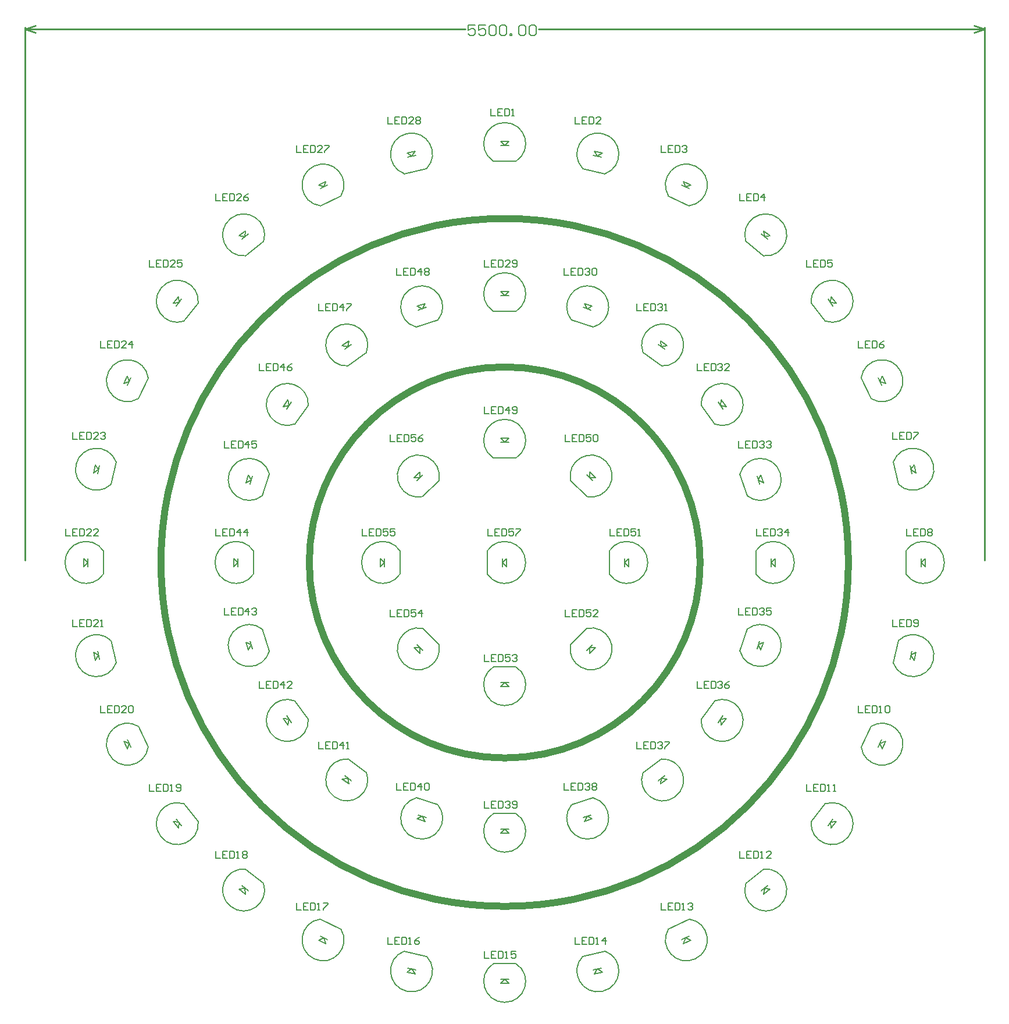
<source format=gto>
G04*
G04 #@! TF.GenerationSoftware,Altium Limited,Altium Designer,18.1.7 (191)*
G04*
G04 Layer_Color=65535*
%FSLAX44Y44*%
%MOMM*%
G71*
G01*
G75*
%ADD10C,0.2000*%
%ADD11C,1.0160*%
%ADD12C,0.2540*%
%ADD13C,0.1524*%
%ADD14C,0.2032*%
D10*
X-119382Y-95890D02*
G03*
X-95890Y-119382I-6341J-29834D01*
G01*
X16611Y152220D02*
G03*
X-16611Y152220I-16611J25580D01*
G01*
X-365580Y16611D02*
G03*
X-365580Y-16611I-25580J-16611D01*
G01*
X-16611Y-365580D02*
G03*
X16611Y-365580I16611J-25580D01*
G01*
X365580Y-16611D02*
G03*
X365580Y16611I25580J16611D01*
G01*
X-351143Y466963D02*
G03*
X-377118Y446249I-28936J9642D01*
G01*
X-573074Y-113761D02*
G03*
X-565682Y-146151I-21242J-21887D01*
G01*
X-146152Y-565681D02*
G03*
X-113762Y-573074I10503J-28635D01*
G01*
X446248Y-377119D02*
G03*
X466962Y-351144I30356J-2961D01*
G01*
X533392Y238431D02*
G03*
X518977Y268363I15839J26065D01*
G01*
X-152220Y16611D02*
G03*
X-152220Y-16611I-25580J-16611D01*
G01*
X119382Y95890D02*
G03*
X95890Y119382I6341J29834D01*
G01*
X-342555Y128769D02*
G03*
X-352821Y97172I-29461J-7894D01*
G01*
X-128769Y-342555D02*
G03*
X-97172Y-352821I7894J-29461D01*
G01*
X342555Y-128769D02*
G03*
X352821Y-97172I29461J7894D01*
G01*
X128769Y342555D02*
G03*
X97172Y352821I-7894J29461D01*
G01*
X-238430Y533392D02*
G03*
X-268363Y518977I-26065J15839D01*
G01*
X-584021Y16612D02*
G03*
X-584021Y-16611I-25580J-16611D01*
G01*
X-268364Y-518977D02*
G03*
X-238431Y-533392I3868J-30254D01*
G01*
X351143Y-466963D02*
G03*
X377118Y-446249I28936J-9642D01*
G01*
X573074Y113762D02*
G03*
X565681Y146152I21242J21887D01*
G01*
X146152Y565681D02*
G03*
X113762Y573074I-10503J28635D01*
G01*
X-95890Y119382D02*
G03*
X-119382Y95890I-29834J6341D01*
G01*
X152220Y-16611D02*
G03*
X152220Y16611I25580J16611D01*
G01*
X-285997Y228322D02*
G03*
X-305525Y201444I-30458J1596D01*
G01*
X-228322Y-285997D02*
G03*
X-201444Y-305525I-1596J-30458D01*
G01*
X285997Y-228322D02*
G03*
X305525Y-201444I30458J-1596D01*
G01*
X228322Y285997D02*
G03*
X201444Y305525I1596J30458D01*
G01*
X-113762Y573074D02*
G03*
X-146152Y565682I-21887J21242D01*
G01*
X-565681Y146152D02*
G03*
X-573074Y113762I-28635J-10503D01*
G01*
X-377119Y-446248D02*
G03*
X-351144Y-466962I-2961J-30356D01*
G01*
X238430Y-533392D02*
G03*
X268363Y-518977I26065J-15839D01*
G01*
X584021Y-16612D02*
G03*
X584021Y16611I25580J16611D01*
G01*
X268364Y518977D02*
G03*
X238431Y533392I-3868J30254D01*
G01*
X-25580Y-16611D02*
G03*
X-25580Y16611I25580J16611D01*
G01*
X95890Y-119382D02*
G03*
X119382Y-95890I29834J-6341D01*
G01*
X-201444Y305525D02*
G03*
X-228322Y285997I-28474J10930D01*
G01*
X-305525Y-201444D02*
G03*
X-285997Y-228322I-10930J-28474D01*
G01*
X201444Y-305525D02*
G03*
X228322Y-285997I28474J-10930D01*
G01*
X305525Y201444D02*
G03*
X285997Y228322I10930J28474D01*
G01*
X-518977Y268364D02*
G03*
X-533392Y238431I-30254J-3868D01*
G01*
X-466963Y-351143D02*
G03*
X-446249Y-377118I-9642J-28936D01*
G01*
X113761Y-573074D02*
G03*
X146151Y-565682I21887J-21242D01*
G01*
X565681Y-146153D02*
G03*
X573074Y-113763I28635J10503D01*
G01*
X377118Y446249D02*
G03*
X351144Y466963I2961J30356D01*
G01*
X-16611Y-152220D02*
G03*
X16611Y-152220I16611J-25580D01*
G01*
X-97172Y352821D02*
G03*
X-128769Y342555I-23703J19194D01*
G01*
X-352821Y-97172D02*
G03*
X-342555Y-128769I-19194J-23703D01*
G01*
X97172Y-352821D02*
G03*
X128769Y-342555I23703J-19194D01*
G01*
X352821Y97172D02*
G03*
X342555Y128769I19194J23703D01*
G01*
X-446248Y377118D02*
G03*
X-466963Y351144I-30356J2961D01*
G01*
X-533392Y-238430D02*
G03*
X-518977Y-268363I-15839J-26065D01*
G01*
X-16612Y-584021D02*
G03*
X16611Y-584021I16611J-25580D01*
G01*
X518977Y-268364D02*
G03*
X533391Y-238431I30254J3868D01*
G01*
X466963Y351143D02*
G03*
X446249Y377118I9642J28936D01*
G01*
X16612Y584021D02*
G03*
X-16611Y584021I-16611J25580D01*
G01*
X16611Y365580D02*
G03*
X-16611Y365580I-16611J25580D01*
G01*
X-119382Y-95890D02*
X-95890Y-119382D01*
X-132087Y-123602D02*
X-123602D01*
Y-132087D02*
Y-123602D01*
X-132087D02*
X-123602Y-132087D01*
X-127845Y-119360D02*
X-119360Y-127845D01*
X-16611Y152220D02*
X16611D01*
X0Y174800D02*
X6000Y180800D01*
X-6000D02*
X0Y174800D01*
X-6000Y180800D02*
X6000D01*
X-6000Y174800D02*
X6000D01*
X-365580Y-16611D02*
Y16611D01*
X-394160Y6000D02*
X-388160Y0D01*
X-394160Y-6000D02*
X-388160Y0D01*
X-394160Y6000D02*
X-394160Y-6000D01*
X-388160Y6000D02*
X-388160Y-6000D01*
X-16611Y-365580D02*
X16611D01*
X-6000Y-394160D02*
X0Y-388160D01*
X6000Y-394160D01*
X-6000D02*
X6000D01*
X-6000Y-388160D02*
X6000D01*
X365580Y-16611D02*
Y16611D01*
X388160Y0D02*
X394160Y-6000D01*
X388160Y0D02*
X394160Y6000D01*
Y-6000D02*
Y6000D01*
X388160Y-6000D02*
Y6000D01*
X-382900Y470518D02*
X-373518Y478000D01*
X-386641Y475209D02*
X-377259Y482691D01*
X-386641Y475209D02*
X-378209Y474259D01*
X-377259Y482691D01*
X-377118Y446249D02*
X-351143Y466963D01*
X-592727Y-129131D02*
X-590056Y-140830D01*
X-598576Y-130466D02*
X-595906Y-142165D01*
X-591391Y-134981D01*
X-598576Y-130466D02*
X-591391Y-134981D01*
X-573074Y-113761D02*
X-565682Y-146151D01*
X-140831Y-590056D02*
X-129132Y-592726D01*
X-142167Y-595906D02*
X-130467Y-598576D01*
X-134982Y-591391D02*
X-130467Y-598576D01*
X-142167Y-595906D02*
X-134982Y-591391D01*
X-146152Y-565681D02*
X-113762Y-573074D01*
X470518Y-382901D02*
X477999Y-373519D01*
X475209Y-386641D02*
X482690Y-377259D01*
X474258Y-378209D02*
X482690Y-377259D01*
X474258Y-378209D02*
X475209Y-386641D01*
X446248Y-377119D02*
X466962Y-351144D01*
X543924Y268600D02*
X549131Y257788D01*
X549330Y271203D02*
X554537Y260391D01*
X546528Y263194D02*
X549330Y271203D01*
X546528Y263194D02*
X554537Y260391D01*
X518977Y268363D02*
X533392Y238431D01*
X-152220Y-16611D02*
Y16611D01*
X-180800Y6000D02*
X-174800Y0D01*
X-180800Y-6000D02*
X-174800Y0D01*
X-180800Y-6000D02*
Y6000D01*
X-174800Y-6000D02*
Y6000D01*
X95890Y119382D02*
X119382Y95890D01*
X123602Y123602D02*
X132087D01*
X123602D02*
Y132087D01*
X132087Y123602D01*
X119360Y127845D02*
X127845Y119360D01*
X-352821Y97172D02*
X-342555Y128769D01*
X-373014Y127509D02*
X-369162Y119948D01*
X-376722Y116096D02*
X-369162Y119948D01*
X-376722Y116096D02*
X-373014Y127509D01*
X-371016Y114242D02*
X-367308Y125654D01*
X-128769Y-342555D02*
X-97172Y-352821D01*
X-127509Y-373014D02*
X-119948Y-369162D01*
X-116096Y-376722D01*
X-127509Y-373014D02*
X-116096Y-376722D01*
X-125654Y-367308D02*
X-114242Y-371016D01*
X342555Y-128769D02*
X352821Y-97172D01*
X369162Y-119948D02*
X373014Y-127508D01*
X369162Y-119948D02*
X376722Y-116096D01*
X373014Y-127508D02*
X376722Y-116096D01*
X367308Y-125654D02*
X371016Y-114242D01*
X97172Y352821D02*
X128769Y342555D01*
X119948Y369162D02*
X127508Y373014D01*
X116096Y376722D02*
X119948Y369162D01*
X116096Y376722D02*
X127508Y373014D01*
X114242Y371016D02*
X125654Y367308D01*
X-268599Y543924D02*
X-257788Y549131D01*
X-271203Y549330D02*
X-260391Y554537D01*
X-271203Y549330D02*
X-263194Y546528D01*
X-260391Y554537D01*
X-268363Y518977D02*
X-238430Y533392D01*
X-606600Y-6000D02*
X-606600Y6000D01*
X-612600Y-6000D02*
X-612600Y6000D01*
X-612600Y-6000D02*
X-606600Y0D01*
X-612600Y6000D02*
X-606600Y0D01*
X-584021Y-16611D02*
X-584021Y16612D01*
X-268600Y-543924D02*
X-257789Y-549131D01*
X-271203Y-549330D02*
X-260392Y-554537D01*
X-263194Y-546527D02*
X-260392Y-554537D01*
X-271203Y-549330D02*
X-263194Y-546527D01*
X-268364Y-518977D02*
X-238431Y-533391D01*
X373517Y-478000D02*
X382899Y-470518D01*
X377258Y-482691D02*
X386640Y-475210D01*
X378208Y-474259D02*
X386640Y-475210D01*
X377258Y-482691D02*
X378208Y-474259D01*
X351143Y-466963D02*
X377118Y-446249D01*
X590056Y140831D02*
X592726Y129132D01*
X595906Y142166D02*
X598576Y130467D01*
X591391Y134981D02*
X595906Y142166D01*
X591391Y134981D02*
X598576Y130467D01*
X565681Y146152D02*
X573074Y113762D01*
X129132Y592726D02*
X140831Y590056D01*
X130467Y598576D02*
X142166Y595906D01*
X130467Y598576D02*
X134981Y591391D01*
X142166Y595906D01*
X113762Y573074D02*
X146152Y565681D01*
X-119382Y95890D02*
X-95890Y119382D01*
X-123602Y123602D02*
Y132087D01*
X-132087Y123602D02*
X-123602D01*
X-132087D02*
X-123602Y132087D01*
X-127845Y119360D02*
X-119360Y127845D01*
X152220Y-16611D02*
Y16611D01*
X174800Y0D02*
X180800Y-6000D01*
X174800Y0D02*
X180800Y6000D01*
Y-6000D02*
Y6000D01*
X174800Y-6000D02*
Y6000D01*
X-305525Y201444D02*
X-285997Y228322D01*
X-315355Y236536D02*
X-314028Y228155D01*
X-322409Y226827D02*
X-314028Y228155D01*
X-322409Y226827D02*
X-315355Y236536D01*
X-317555Y223300D02*
X-310501Y233009D01*
X-228322Y-285997D02*
X-201444Y-305525D01*
X-236536Y-315355D02*
X-228155Y-314028D01*
X-226827Y-322409D01*
X-236536Y-315355D02*
X-226827Y-322409D01*
X-233009Y-310501D02*
X-223301Y-317555D01*
X285997Y-228322D02*
X305525Y-201444D01*
X314028Y-228155D02*
X315355Y-236536D01*
X314028Y-228155D02*
X322409Y-226827D01*
X315355Y-236536D02*
X322409Y-226827D01*
X310501Y-233009D02*
X317555Y-223301D01*
X201444Y305525D02*
X228322Y285997D01*
X228155Y314028D02*
X236535Y315355D01*
X226827Y322409D02*
X228155Y314028D01*
X226827Y322409D02*
X236535Y315355D01*
X223301Y317555D02*
X233009Y310501D01*
X-140831Y590056D02*
X-129131Y592726D01*
X-142166Y595906D02*
X-130466Y598576D01*
X-142166Y595906D02*
X-134981Y591391D01*
X-130466Y598576D01*
X-146152Y565682D02*
X-113762Y573074D01*
X-592726Y129132D02*
X-590056Y140831D01*
X-598576Y130467D02*
X-595906Y142166D01*
X-598576Y130467D02*
X-591391Y134982D01*
X-595906Y142166D02*
X-591391Y134982D01*
X-573074Y113762D02*
X-565681Y146152D01*
X-382900Y-470518D02*
X-373518Y-478000D01*
X-386641Y-475209D02*
X-377259Y-482691D01*
X-378209Y-474259D02*
X-377259Y-482691D01*
X-386641Y-475209D02*
X-378209Y-474259D01*
X-377119Y-446248D02*
X-351144Y-466962D01*
X257787Y-549131D02*
X268599Y-543925D01*
X260391Y-554537D02*
X271202Y-549330D01*
X263193Y-546528D02*
X271202Y-549330D01*
X260391Y-554537D02*
X263193Y-546528D01*
X238430Y-533392D02*
X268363Y-518977D01*
X606600Y-6001D02*
Y5999D01*
X612600Y-6001D02*
Y5999D01*
X606600Y-1D02*
X612600Y5999D01*
X606600Y-1D02*
X612600Y-6001D01*
X584021Y-16612D02*
X584021Y16611D01*
X257788Y549131D02*
X268600Y543924D01*
X260392Y554537D02*
X271203Y549330D01*
X260392Y554537D02*
X263194Y546528D01*
X271203Y549330D01*
X238431Y533392D02*
X268364Y518977D01*
X-25580Y-16611D02*
Y16611D01*
X-3000Y0D02*
X3000Y-6000D01*
X-3000Y0D02*
X3000Y6000D01*
Y-6000D02*
Y6000D01*
X-3000Y-6000D02*
Y6000D01*
X95890Y-119382D02*
X119382Y-95890D01*
X123602Y-132087D02*
Y-123602D01*
X132087D01*
X123602Y-132087D02*
X132087Y-123602D01*
X119360Y-127845D02*
X127845Y-119360D01*
X-228322Y285997D02*
X-201444Y305525D01*
X-228155Y314028D02*
X-226827Y322409D01*
X-236535Y315355D02*
X-228155Y314028D01*
X-236535Y315355D02*
X-226827Y322409D01*
X-233009Y310501D02*
X-223301Y317555D01*
X-305525Y-201444D02*
X-285997Y-228322D01*
X-322409Y-226827D02*
X-314028Y-228155D01*
X-315355Y-236535D02*
X-314028Y-228155D01*
X-322409Y-226827D02*
X-315355Y-236535D01*
X-317555Y-223301D02*
X-310501Y-233009D01*
X201444Y-305525D02*
X228322Y-285997D01*
X226827Y-322409D02*
X228155Y-314028D01*
X236535Y-315355D01*
X226827Y-322409D02*
X236535Y-315355D01*
X223301Y-317555D02*
X233009Y-310501D01*
X285997Y228322D02*
X305525Y201444D01*
X314028Y228155D02*
X322409Y226827D01*
X314028Y228155D02*
X315355Y236536D01*
X322409Y226827D01*
X310501Y233009D02*
X317555Y223301D01*
X-549131Y257788D02*
X-543924Y268600D01*
X-554537Y260392D02*
X-549330Y271203D01*
X-554537Y260392D02*
X-546528Y263194D01*
X-549330Y271203D02*
X-546528Y263194D01*
X-533392Y238431D02*
X-518977Y268364D01*
X-478000Y-373517D02*
X-470518Y-382900D01*
X-482691Y-377258D02*
X-475209Y-386640D01*
X-474259Y-378209D01*
X-482691Y-377258D02*
X-474259Y-378209D01*
X-466963Y-351143D02*
X-446249Y-377118D01*
X129131Y-592727D02*
X140830Y-590056D01*
X130466Y-598576D02*
X142165Y-595906D01*
X134981Y-591391D02*
X142165Y-595906D01*
X130466Y-598576D02*
X134981Y-591391D01*
X113761Y-573074D02*
X146151Y-565682D01*
X590056Y-140831D02*
X592726Y-129132D01*
X595905Y-142167D02*
X598576Y-130468D01*
X591391Y-134982D02*
X598576Y-130468D01*
X591391Y-134982D02*
X595905Y-142167D01*
X565681Y-146152D02*
X573074Y-113763D01*
X373518Y478000D02*
X382900Y470518D01*
X377259Y482691D02*
X386641Y475209D01*
X377259Y482691D02*
X378209Y474259D01*
X386641Y475209D01*
X351143Y466963D02*
X377118Y446249D01*
X-16611Y-152220D02*
X16611D01*
X-6000Y-180800D02*
X0Y-174800D01*
X6000Y-180800D01*
X-6000D02*
X6000D01*
X-6000Y-174800D02*
X6000D01*
X-128769Y342555D02*
X-97172Y352821D01*
X-119948Y369162D02*
X-116096Y376723D01*
X-127508Y373014D02*
X-119948Y369162D01*
X-127508Y373014D02*
X-116096Y376723D01*
X-125654Y367308D02*
X-114242Y371016D01*
X-352821Y-97172D02*
X-342555Y-128769D01*
X-376723Y-116096D02*
X-369162Y-119948D01*
X-373014Y-127508D02*
X-369162Y-119948D01*
X-376723Y-116096D02*
X-373014Y-127508D01*
X-371016Y-114242D02*
X-367308Y-125654D01*
X97172Y-352821D02*
X128769Y-342555D01*
X116096Y-376722D02*
X119948Y-369162D01*
X127508Y-373014D01*
X116096Y-376722D02*
X127508Y-373014D01*
X114242Y-371016D02*
X125654Y-367308D01*
X342555Y128769D02*
X352821Y97172D01*
X369162Y119948D02*
X376722Y116096D01*
X369162Y119948D02*
X373014Y127508D01*
X376722Y116096D01*
X367308Y125654D02*
X371016Y114242D01*
X-478000Y373518D02*
X-470518Y382900D01*
X-482691Y377259D02*
X-475209Y386641D01*
X-482691Y377259D02*
X-474259Y378209D01*
X-475209Y386641D02*
X-474259Y378209D01*
X-466963Y351144D02*
X-446248Y377118D01*
X-549131Y-257788D02*
X-543925Y-268599D01*
X-554537Y-260391D02*
X-549330Y-271203D01*
X-546528Y-263193D01*
X-554537Y-260391D02*
X-546528Y-263193D01*
X-533392Y-238430D02*
X-518977Y-268363D01*
X-6001Y-606600D02*
X5999Y-606600D01*
X-6001Y-612600D02*
X5999Y-612600D01*
X-1Y-606600D02*
X5999Y-612600D01*
X-6001Y-612600D02*
X-1Y-606600D01*
X-16612Y-584021D02*
X16611Y-584021D01*
X543924Y-268600D02*
X549131Y-257789D01*
X549330Y-271204D02*
X554537Y-260392D01*
X546527Y-263195D02*
X554537Y-260392D01*
X546527Y-263195D02*
X549330Y-271204D01*
X518977Y-268364D02*
X533391Y-238431D01*
X470518Y382900D02*
X478000Y373518D01*
X475209Y386641D02*
X482691Y377259D01*
X474259Y378209D02*
X475209Y386641D01*
X474259Y378209D02*
X482691Y377259D01*
X446249Y377118D02*
X466963Y351143D01*
X-6000Y606600D02*
X6000Y606600D01*
X-6000Y612600D02*
X6000Y612600D01*
X-6000Y612600D02*
X0Y606600D01*
X6000Y612600D01*
X-16611Y584021D02*
X16612D01*
X-16611Y365580D02*
X16611D01*
X0Y388160D02*
X6000Y394160D01*
X-6000Y394160D02*
X0Y388160D01*
X-6000Y394160D02*
X6000Y394160D01*
X-6000Y388160D02*
X6000Y388160D01*
D11*
X500380Y0D02*
G03*
X500380Y0I-500380J0D01*
G01*
X284480D02*
G03*
X284480Y0I-284480J0D01*
G01*
D12*
X-698500Y776000D02*
X-683260Y781080D01*
X-698500Y776000D02*
X-683260Y770920D01*
X683260D02*
X698500Y776000D01*
X683260Y781080D02*
X698500Y776000D01*
X-698500D02*
X-57642D01*
X49514D02*
X698500D01*
X-698500Y3040D02*
Y778540D01*
X698500Y3040D02*
Y778540D01*
D13*
X-43421Y782094D02*
X-53578D01*
Y774476D01*
X-48500Y777015D01*
X-45960D01*
X-43421Y774476D01*
Y769398D01*
X-45960Y766859D01*
X-51039D01*
X-53578Y769398D01*
X-28186Y782094D02*
X-38343D01*
Y774476D01*
X-33265Y777015D01*
X-30725D01*
X-28186Y774476D01*
Y769398D01*
X-30725Y766859D01*
X-35804D01*
X-38343Y769398D01*
X-23108Y779554D02*
X-20569Y782094D01*
X-15490D01*
X-12951Y779554D01*
Y769398D01*
X-15490Y766859D01*
X-20569D01*
X-23108Y769398D01*
Y779554D01*
X-7873D02*
X-5334Y782094D01*
X-255D01*
X2284Y779554D01*
Y769398D01*
X-255Y766859D01*
X-5334D01*
X-7873Y769398D01*
Y779554D01*
X7362Y766859D02*
Y769398D01*
X9901D01*
Y766859D01*
X7362D01*
X20058Y779554D02*
X22597Y782094D01*
X27676D01*
X30215Y779554D01*
Y769398D01*
X27676Y766859D01*
X22597D01*
X20058Y769398D01*
Y779554D01*
X35293D02*
X37832Y782094D01*
X42911D01*
X45450Y779554D01*
Y769398D01*
X42911Y766859D01*
X37832D01*
X35293Y769398D01*
Y779554D01*
D14*
X-24571Y48862D02*
Y38705D01*
X-17800D01*
X-7643Y48862D02*
X-14414D01*
Y38705D01*
X-7643D01*
X-14414Y43784D02*
X-11028D01*
X-4257Y48862D02*
Y38705D01*
X821D01*
X2514Y40398D01*
Y47169D01*
X821Y48862D01*
X-4257D01*
X12671D02*
X5899D01*
Y43784D01*
X9285Y45476D01*
X10978D01*
X12671Y43784D01*
Y40398D01*
X10978Y38705D01*
X7592D01*
X5899Y40398D01*
X16056Y48862D02*
X22827D01*
Y47169D01*
X16056Y40398D01*
Y38705D01*
X-166878Y186089D02*
Y175932D01*
X-160107D01*
X-149950Y186089D02*
X-156721D01*
Y175932D01*
X-149950D01*
X-156721Y181011D02*
X-153336D01*
X-146564Y186089D02*
Y175932D01*
X-141486D01*
X-139793Y177625D01*
Y184396D01*
X-141486Y186089D01*
X-146564D01*
X-129636D02*
X-136408D01*
Y181011D01*
X-133022Y182704D01*
X-131329D01*
X-129636Y181011D01*
Y177625D01*
X-131329Y175932D01*
X-134715D01*
X-136408Y177625D01*
X-119480Y186089D02*
X-122865Y184396D01*
X-126251Y181011D01*
Y177625D01*
X-124558Y175932D01*
X-121173D01*
X-119480Y177625D01*
Y179318D01*
X-121173Y181011D01*
X-126251D01*
X-207197Y48862D02*
Y38705D01*
X-200426D01*
X-190269Y48862D02*
X-197040D01*
Y38705D01*
X-190269D01*
X-197040Y43784D02*
X-193654D01*
X-186883Y48862D02*
Y38705D01*
X-181805D01*
X-180112Y40398D01*
Y47169D01*
X-181805Y48862D01*
X-186883D01*
X-169956D02*
X-176727D01*
Y43784D01*
X-173341Y45476D01*
X-171648D01*
X-169956Y43784D01*
Y40398D01*
X-171648Y38705D01*
X-175034D01*
X-176727Y40398D01*
X-159799Y48862D02*
X-166570D01*
Y43784D01*
X-163184Y45476D01*
X-161492D01*
X-159799Y43784D01*
Y40398D01*
X-161492Y38705D01*
X-164877D01*
X-166570Y40398D01*
X-166811Y-68994D02*
Y-79151D01*
X-160040D01*
X-149883Y-68994D02*
X-156654D01*
Y-79151D01*
X-149883D01*
X-156654Y-74072D02*
X-153268D01*
X-146497Y-68994D02*
Y-79151D01*
X-141419D01*
X-139726Y-77458D01*
Y-70687D01*
X-141419Y-68994D01*
X-146497D01*
X-129570D02*
X-136341D01*
Y-74072D01*
X-132955Y-72379D01*
X-131262D01*
X-129570Y-74072D01*
Y-77458D01*
X-131262Y-79151D01*
X-134648D01*
X-136341Y-77458D01*
X-121105Y-79151D02*
Y-68994D01*
X-126184Y-74072D01*
X-119413D01*
X-29397Y-134018D02*
Y-144175D01*
X-22626D01*
X-12469Y-134018D02*
X-19240D01*
Y-144175D01*
X-12469D01*
X-19240Y-139096D02*
X-15855D01*
X-9083Y-134018D02*
Y-144175D01*
X-4005D01*
X-2312Y-142482D01*
Y-135711D01*
X-4005Y-134018D01*
X-9083D01*
X7844D02*
X1073D01*
Y-139096D01*
X4459Y-137403D01*
X6152D01*
X7844Y-139096D01*
Y-142482D01*
X6152Y-144175D01*
X2766D01*
X1073Y-142482D01*
X11230Y-135711D02*
X12923Y-134018D01*
X16308D01*
X18001Y-135711D01*
Y-137403D01*
X16308Y-139096D01*
X14616D01*
X16308D01*
X18001Y-140789D01*
Y-142482D01*
X16308Y-144175D01*
X12923D01*
X11230Y-142482D01*
X88371Y-68906D02*
Y-79063D01*
X95143D01*
X105299Y-68906D02*
X98528D01*
Y-79063D01*
X105299D01*
X98528Y-73984D02*
X101914D01*
X108685Y-68906D02*
Y-79063D01*
X113763D01*
X115456Y-77370D01*
Y-70599D01*
X113763Y-68906D01*
X108685D01*
X125613D02*
X118842D01*
Y-73984D01*
X122227Y-72292D01*
X123920D01*
X125613Y-73984D01*
Y-77370D01*
X123920Y-79063D01*
X120534D01*
X118842Y-77370D01*
X135770Y-79063D02*
X128998D01*
X135770Y-72292D01*
Y-70599D01*
X134077Y-68906D01*
X130691D01*
X128998Y-70599D01*
X153229Y48862D02*
Y38705D01*
X160000D01*
X170157Y48862D02*
X163386D01*
Y38705D01*
X170157D01*
X163386Y43784D02*
X166772D01*
X173543Y48862D02*
Y38705D01*
X178621D01*
X180314Y40398D01*
Y47169D01*
X178621Y48862D01*
X173543D01*
X190471D02*
X183699D01*
Y43784D01*
X187085Y45476D01*
X188778D01*
X190471Y43784D01*
Y40398D01*
X188778Y38705D01*
X185392D01*
X183699Y40398D01*
X193856Y38705D02*
X197242D01*
X195549D01*
Y48862D01*
X193856Y47169D01*
X88205Y186022D02*
Y175865D01*
X94976D01*
X105133Y186022D02*
X98362D01*
Y175865D01*
X105133D01*
X98362Y180944D02*
X101748D01*
X108519Y186022D02*
Y175865D01*
X113597D01*
X115290Y177558D01*
Y184329D01*
X113597Y186022D01*
X108519D01*
X125447D02*
X118675D01*
Y180944D01*
X122061Y182637D01*
X123754D01*
X125447Y180944D01*
Y177558D01*
X123754Y175865D01*
X120368D01*
X118675Y177558D01*
X128832Y184329D02*
X130525Y186022D01*
X133911D01*
X135603Y184329D01*
Y177558D01*
X133911Y175865D01*
X130525D01*
X128832Y177558D01*
Y184329D01*
X-29397Y226662D02*
Y216505D01*
X-22626D01*
X-12469Y226662D02*
X-19240D01*
Y216505D01*
X-12469D01*
X-19240Y221584D02*
X-15855D01*
X-9083Y226662D02*
Y216505D01*
X-4005D01*
X-2312Y218198D01*
Y224969D01*
X-4005Y226662D01*
X-9083D01*
X6152Y216505D02*
Y226662D01*
X1073Y221584D01*
X7844D01*
X11230Y218198D02*
X12923Y216505D01*
X16308D01*
X18001Y218198D01*
Y224969D01*
X16308Y226662D01*
X12923D01*
X11230Y224969D01*
Y223277D01*
X12923Y221584D01*
X18001D01*
X-157159Y427830D02*
Y417673D01*
X-150388D01*
X-140231Y427830D02*
X-147002D01*
Y417673D01*
X-140231D01*
X-147002Y422752D02*
X-143617D01*
X-136845Y427830D02*
Y417673D01*
X-131767D01*
X-130074Y419366D01*
Y426137D01*
X-131767Y427830D01*
X-136845D01*
X-121610Y417673D02*
Y427830D01*
X-126689Y422752D01*
X-119917D01*
X-116532Y426137D02*
X-114839Y427830D01*
X-111454D01*
X-109761Y426137D01*
Y424445D01*
X-111454Y422752D01*
X-109761Y421059D01*
Y419366D01*
X-111454Y417673D01*
X-114839D01*
X-116532Y419366D01*
Y421059D01*
X-114839Y422752D01*
X-116532Y424445D01*
Y426137D01*
X-114839Y422752D02*
X-111454D01*
X-270443Y376268D02*
Y366111D01*
X-263672D01*
X-253515Y376268D02*
X-260286D01*
Y366111D01*
X-253515D01*
X-260286Y371190D02*
X-256901D01*
X-250129Y376268D02*
Y366111D01*
X-245051D01*
X-243358Y367804D01*
Y374575D01*
X-245051Y376268D01*
X-250129D01*
X-234894Y366111D02*
Y376268D01*
X-239973Y371190D01*
X-233202D01*
X-229816Y376268D02*
X-223045D01*
Y374575D01*
X-229816Y367804D01*
Y366111D01*
X-357057Y289654D02*
Y279497D01*
X-350286D01*
X-340129Y289654D02*
X-346900D01*
Y279497D01*
X-340129D01*
X-346900Y284576D02*
X-343515D01*
X-336743Y289654D02*
Y279497D01*
X-331665D01*
X-329972Y281190D01*
Y287961D01*
X-331665Y289654D01*
X-336743D01*
X-321508Y279497D02*
Y289654D01*
X-326587Y284576D01*
X-319816D01*
X-309659Y289654D02*
X-313044Y287961D01*
X-316430Y284576D01*
Y281190D01*
X-314737Y279497D01*
X-311352D01*
X-309659Y281190D01*
Y282883D01*
X-311352Y284576D01*
X-316430D01*
X-408365Y176624D02*
Y166467D01*
X-401594D01*
X-391437Y176624D02*
X-398208D01*
Y166467D01*
X-391437D01*
X-398208Y171546D02*
X-394823D01*
X-388051Y176624D02*
Y166467D01*
X-382973D01*
X-381280Y168160D01*
Y174931D01*
X-382973Y176624D01*
X-388051D01*
X-372816Y166467D02*
Y176624D01*
X-377895Y171546D01*
X-371124D01*
X-360967Y176624D02*
X-367738D01*
Y171546D01*
X-364352Y173239D01*
X-362659D01*
X-360967Y171546D01*
Y168160D01*
X-362659Y166467D01*
X-366045D01*
X-367738Y168160D01*
X-420557Y48862D02*
Y38705D01*
X-413786D01*
X-403629Y48862D02*
X-410400D01*
Y38705D01*
X-403629D01*
X-410400Y43784D02*
X-407015D01*
X-400243Y48862D02*
Y38705D01*
X-395165D01*
X-393472Y40398D01*
Y47169D01*
X-395165Y48862D01*
X-400243D01*
X-385008Y38705D02*
Y48862D01*
X-390087Y43784D01*
X-383316D01*
X-374851Y38705D02*
Y48862D01*
X-379930Y43784D01*
X-373159D01*
X-408365Y-66708D02*
Y-76865D01*
X-401594D01*
X-391437Y-66708D02*
X-398208D01*
Y-76865D01*
X-391437D01*
X-398208Y-71786D02*
X-394823D01*
X-388051Y-66708D02*
Y-76865D01*
X-382973D01*
X-381280Y-75172D01*
Y-68401D01*
X-382973Y-66708D01*
X-388051D01*
X-372816Y-76865D02*
Y-66708D01*
X-377895Y-71786D01*
X-371124D01*
X-367738Y-68401D02*
X-366045Y-66708D01*
X-362659D01*
X-360967Y-68401D01*
Y-70093D01*
X-362659Y-71786D01*
X-364352D01*
X-362659D01*
X-360967Y-73479D01*
Y-75172D01*
X-362659Y-76865D01*
X-366045D01*
X-367738Y-75172D01*
X-357057Y-173134D02*
Y-183291D01*
X-350286D01*
X-340129Y-173134D02*
X-346900D01*
Y-183291D01*
X-340129D01*
X-346900Y-178212D02*
X-343515D01*
X-336743Y-173134D02*
Y-183291D01*
X-331665D01*
X-329972Y-181598D01*
Y-174827D01*
X-331665Y-173134D01*
X-336743D01*
X-321508Y-183291D02*
Y-173134D01*
X-326587Y-178212D01*
X-319816D01*
X-309659Y-183291D02*
X-316430D01*
X-309659Y-176520D01*
Y-174827D01*
X-311352Y-173134D01*
X-314737D01*
X-316430Y-174827D01*
X-270443Y-260764D02*
Y-270921D01*
X-263672D01*
X-253515Y-260764D02*
X-260286D01*
Y-270921D01*
X-253515D01*
X-260286Y-265842D02*
X-256901D01*
X-250129Y-260764D02*
Y-270921D01*
X-245051D01*
X-243358Y-269228D01*
Y-262457D01*
X-245051Y-260764D01*
X-250129D01*
X-234894Y-270921D02*
Y-260764D01*
X-239973Y-265842D01*
X-233202D01*
X-229816Y-270921D02*
X-226430D01*
X-228123D01*
Y-260764D01*
X-229816Y-262457D01*
X-157159Y-321216D02*
Y-331373D01*
X-150388D01*
X-140231Y-321216D02*
X-147002D01*
Y-331373D01*
X-140231D01*
X-147002Y-326294D02*
X-143617D01*
X-136845Y-321216D02*
Y-331373D01*
X-131767D01*
X-130074Y-329680D01*
Y-322909D01*
X-131767Y-321216D01*
X-136845D01*
X-121610Y-331373D02*
Y-321216D01*
X-126689Y-326294D01*
X-119917D01*
X-116532Y-322909D02*
X-114839Y-321216D01*
X-111454D01*
X-109761Y-322909D01*
Y-329680D01*
X-111454Y-331373D01*
X-114839D01*
X-116532Y-329680D01*
Y-322909D01*
X-29397Y-347378D02*
Y-357535D01*
X-22626D01*
X-12469Y-347378D02*
X-19240D01*
Y-357535D01*
X-12469D01*
X-19240Y-352456D02*
X-15855D01*
X-9083Y-347378D02*
Y-357535D01*
X-4005D01*
X-2312Y-355842D01*
Y-349071D01*
X-4005Y-347378D01*
X-9083D01*
X1073Y-349071D02*
X2766Y-347378D01*
X6152D01*
X7844Y-349071D01*
Y-350764D01*
X6152Y-352456D01*
X4459D01*
X6152D01*
X7844Y-354149D01*
Y-355842D01*
X6152Y-357535D01*
X2766D01*
X1073Y-355842D01*
X11230D02*
X12923Y-357535D01*
X16308D01*
X18001Y-355842D01*
Y-349071D01*
X16308Y-347378D01*
X12923D01*
X11230Y-349071D01*
Y-350764D01*
X12923Y-352456D01*
X18001D01*
X86173Y-321216D02*
Y-331373D01*
X92944D01*
X103101Y-321216D02*
X96330D01*
Y-331373D01*
X103101D01*
X96330Y-326294D02*
X99715D01*
X106487Y-321216D02*
Y-331373D01*
X111565D01*
X113258Y-329680D01*
Y-322909D01*
X111565Y-321216D01*
X106487D01*
X116643Y-322909D02*
X118336Y-321216D01*
X121722D01*
X123414Y-322909D01*
Y-324602D01*
X121722Y-326294D01*
X120029D01*
X121722D01*
X123414Y-327987D01*
Y-329680D01*
X121722Y-331373D01*
X118336D01*
X116643Y-329680D01*
X126800Y-322909D02*
X128493Y-321216D01*
X131878D01*
X133571Y-322909D01*
Y-324602D01*
X131878Y-326294D01*
X133571Y-327987D01*
Y-329680D01*
X131878Y-331373D01*
X128493D01*
X126800Y-329680D01*
Y-327987D01*
X128493Y-326294D01*
X126800Y-324602D01*
Y-322909D01*
X128493Y-326294D02*
X131878D01*
X192345Y-260764D02*
Y-270921D01*
X199116D01*
X209273Y-260764D02*
X202502D01*
Y-270921D01*
X209273D01*
X202502Y-265842D02*
X205888D01*
X212659Y-260764D02*
Y-270921D01*
X217737D01*
X219430Y-269228D01*
Y-262457D01*
X217737Y-260764D01*
X212659D01*
X222815Y-262457D02*
X224508Y-260764D01*
X227894D01*
X229587Y-262457D01*
Y-264149D01*
X227894Y-265842D01*
X226201D01*
X227894D01*
X229587Y-267535D01*
Y-269228D01*
X227894Y-270921D01*
X224508D01*
X222815Y-269228D01*
X232972Y-260764D02*
X239743D01*
Y-262457D01*
X232972Y-269228D01*
Y-270921D01*
X279975Y-173134D02*
Y-183291D01*
X286746D01*
X296903Y-173134D02*
X290132D01*
Y-183291D01*
X296903D01*
X290132Y-178212D02*
X293517D01*
X300289Y-173134D02*
Y-183291D01*
X305367D01*
X307060Y-181598D01*
Y-174827D01*
X305367Y-173134D01*
X300289D01*
X310445Y-174827D02*
X312138Y-173134D01*
X315524D01*
X317216Y-174827D01*
Y-176520D01*
X315524Y-178212D01*
X313831D01*
X315524D01*
X317216Y-179905D01*
Y-181598D01*
X315524Y-183291D01*
X312138D01*
X310445Y-181598D01*
X327373Y-173134D02*
X323988Y-174827D01*
X320602Y-178212D01*
Y-181598D01*
X322295Y-183291D01*
X325681D01*
X327373Y-181598D01*
Y-179905D01*
X325681Y-178212D01*
X320602D01*
X340427Y-66708D02*
Y-76865D01*
X347198D01*
X357355Y-66708D02*
X350584D01*
Y-76865D01*
X357355D01*
X350584Y-71786D02*
X353969D01*
X360741Y-66708D02*
Y-76865D01*
X365819D01*
X367512Y-75172D01*
Y-68401D01*
X365819Y-66708D01*
X360741D01*
X370897Y-68401D02*
X372590Y-66708D01*
X375976D01*
X377668Y-68401D01*
Y-70093D01*
X375976Y-71786D01*
X374283D01*
X375976D01*
X377668Y-73479D01*
Y-75172D01*
X375976Y-76865D01*
X372590D01*
X370897Y-75172D01*
X387825Y-66708D02*
X381054D01*
Y-71786D01*
X384440Y-70093D01*
X386133D01*
X387825Y-71786D01*
Y-75172D01*
X386133Y-76865D01*
X382747D01*
X381054Y-75172D01*
X366613Y48817D02*
Y38660D01*
X373384D01*
X383540Y48817D02*
X376769D01*
Y38660D01*
X383540D01*
X376769Y43738D02*
X380155D01*
X386926Y48817D02*
Y38660D01*
X392005D01*
X393697Y40353D01*
Y47124D01*
X392005Y48817D01*
X386926D01*
X397083Y47124D02*
X398776Y48817D01*
X402161D01*
X403854Y47124D01*
Y45431D01*
X402161Y43738D01*
X400468D01*
X402161D01*
X403854Y42046D01*
Y40353D01*
X402161Y38660D01*
X398776D01*
X397083Y40353D01*
X412318Y38660D02*
Y48817D01*
X407240Y43738D01*
X414011D01*
X340427Y176624D02*
Y166467D01*
X347198D01*
X357355Y176624D02*
X350584D01*
Y166467D01*
X357355D01*
X350584Y171546D02*
X353969D01*
X360741Y176624D02*
Y166467D01*
X365819D01*
X367512Y168160D01*
Y174931D01*
X365819Y176624D01*
X360741D01*
X370897Y174931D02*
X372590Y176624D01*
X375976D01*
X377668Y174931D01*
Y173239D01*
X375976Y171546D01*
X374283D01*
X375976D01*
X377668Y169853D01*
Y168160D01*
X375976Y166467D01*
X372590D01*
X370897Y168160D01*
X381054Y174931D02*
X382747Y176624D01*
X386133D01*
X387825Y174931D01*
Y173239D01*
X386133Y171546D01*
X384440D01*
X386133D01*
X387825Y169853D01*
Y168160D01*
X386133Y166467D01*
X382747D01*
X381054Y168160D01*
X279975Y289654D02*
Y279497D01*
X286746D01*
X296903Y289654D02*
X290132D01*
Y279497D01*
X296903D01*
X290132Y284576D02*
X293517D01*
X300289Y289654D02*
Y279497D01*
X305367D01*
X307060Y281190D01*
Y287961D01*
X305367Y289654D01*
X300289D01*
X310445Y287961D02*
X312138Y289654D01*
X315524D01*
X317216Y287961D01*
Y286269D01*
X315524Y284576D01*
X313831D01*
X315524D01*
X317216Y282883D01*
Y281190D01*
X315524Y279497D01*
X312138D01*
X310445Y281190D01*
X327373Y279497D02*
X320602D01*
X327373Y286269D01*
Y287961D01*
X325681Y289654D01*
X322295D01*
X320602Y287961D01*
X192345Y376268D02*
Y366111D01*
X199116D01*
X209273Y376268D02*
X202502D01*
Y366111D01*
X209273D01*
X202502Y371190D02*
X205888D01*
X212659Y376268D02*
Y366111D01*
X217737D01*
X219430Y367804D01*
Y374575D01*
X217737Y376268D01*
X212659D01*
X222815Y374575D02*
X224508Y376268D01*
X227894D01*
X229587Y374575D01*
Y372882D01*
X227894Y371190D01*
X226201D01*
X227894D01*
X229587Y369497D01*
Y367804D01*
X227894Y366111D01*
X224508D01*
X222815Y367804D01*
X232972Y366111D02*
X236358D01*
X234665D01*
Y376268D01*
X232972Y374575D01*
X86173Y427830D02*
Y417673D01*
X92944D01*
X103101Y427830D02*
X96330D01*
Y417673D01*
X103101D01*
X96330Y422752D02*
X99715D01*
X106487Y427830D02*
Y417673D01*
X111565D01*
X113258Y419366D01*
Y426137D01*
X111565Y427830D01*
X106487D01*
X116643Y426137D02*
X118336Y427830D01*
X121722D01*
X123414Y426137D01*
Y424445D01*
X121722Y422752D01*
X120029D01*
X121722D01*
X123414Y421059D01*
Y419366D01*
X121722Y417673D01*
X118336D01*
X116643Y419366D01*
X126800Y426137D02*
X128493Y427830D01*
X131878D01*
X133571Y426137D01*
Y419366D01*
X131878Y417673D01*
X128493D01*
X126800Y419366D01*
Y426137D01*
X-29397Y440022D02*
Y429865D01*
X-22626D01*
X-12469Y440022D02*
X-19240D01*
Y429865D01*
X-12469D01*
X-19240Y434944D02*
X-15855D01*
X-9083Y440022D02*
Y429865D01*
X-4005D01*
X-2312Y431558D01*
Y438329D01*
X-4005Y440022D01*
X-9083D01*
X7844Y429865D02*
X1073D01*
X7844Y436637D01*
Y438329D01*
X6152Y440022D01*
X2766D01*
X1073Y438329D01*
X11230Y431558D02*
X12923Y429865D01*
X16308D01*
X18001Y431558D01*
Y438329D01*
X16308Y440022D01*
X12923D01*
X11230Y438329D01*
Y436637D01*
X12923Y434944D01*
X18001D01*
X-170113Y648048D02*
Y637891D01*
X-163342D01*
X-153185Y648048D02*
X-159956D01*
Y637891D01*
X-153185D01*
X-159956Y642970D02*
X-156571D01*
X-149799Y648048D02*
Y637891D01*
X-144721D01*
X-143028Y639584D01*
Y646355D01*
X-144721Y648048D01*
X-149799D01*
X-132872Y637891D02*
X-139643D01*
X-132872Y644662D01*
Y646355D01*
X-134564Y648048D01*
X-137950D01*
X-139643Y646355D01*
X-129486D02*
X-127793Y648048D01*
X-124408D01*
X-122715Y646355D01*
Y644662D01*
X-124408Y642970D01*
X-122715Y641277D01*
Y639584D01*
X-124408Y637891D01*
X-127793D01*
X-129486Y639584D01*
Y641277D01*
X-127793Y642970D01*
X-129486Y644662D01*
Y646355D01*
X-127793Y642970D02*
X-124408D01*
X-303209Y607154D02*
Y596997D01*
X-296438D01*
X-286281Y607154D02*
X-293052D01*
Y596997D01*
X-286281D01*
X-293052Y602076D02*
X-289667D01*
X-282895Y607154D02*
Y596997D01*
X-277817D01*
X-276124Y598690D01*
Y605461D01*
X-277817Y607154D01*
X-282895D01*
X-265968Y596997D02*
X-272739D01*
X-265968Y603769D01*
Y605461D01*
X-267660Y607154D01*
X-271046D01*
X-272739Y605461D01*
X-262582Y607154D02*
X-255811D01*
Y605461D01*
X-262582Y598690D01*
Y596997D01*
X-420787Y536771D02*
Y526614D01*
X-414016D01*
X-403859Y536771D02*
X-410630D01*
Y526614D01*
X-403859D01*
X-410630Y531693D02*
X-407245D01*
X-400474Y536771D02*
Y526614D01*
X-395395D01*
X-393702Y528307D01*
Y535078D01*
X-395395Y536771D01*
X-400474D01*
X-383546Y526614D02*
X-390317D01*
X-383546Y533385D01*
Y535078D01*
X-385238Y536771D01*
X-388624D01*
X-390317Y535078D01*
X-373389Y536771D02*
X-376775Y535078D01*
X-380160Y531693D01*
Y528307D01*
X-378467Y526614D01*
X-375082D01*
X-373389Y528307D01*
Y530000D01*
X-375082Y531693D01*
X-380160D01*
X-517331Y440276D02*
Y430119D01*
X-510560D01*
X-500403Y440276D02*
X-507174D01*
Y430119D01*
X-500403D01*
X-507174Y435198D02*
X-503788D01*
X-497017Y440276D02*
Y430119D01*
X-491939D01*
X-490246Y431812D01*
Y438583D01*
X-491939Y440276D01*
X-497017D01*
X-480089Y430119D02*
X-486861D01*
X-480089Y436890D01*
Y438583D01*
X-481782Y440276D01*
X-485168D01*
X-486861Y438583D01*
X-469933Y440276D02*
X-476704D01*
Y435198D01*
X-473318Y436890D01*
X-471626D01*
X-469933Y435198D01*
Y431812D01*
X-471626Y430119D01*
X-475011D01*
X-476704Y431812D01*
X-587943Y322420D02*
Y312263D01*
X-581172D01*
X-571015Y322420D02*
X-577786D01*
Y312263D01*
X-571015D01*
X-577786Y317342D02*
X-574400D01*
X-567629Y322420D02*
Y312263D01*
X-562551D01*
X-560858Y313956D01*
Y320727D01*
X-562551Y322420D01*
X-567629D01*
X-550701Y312263D02*
X-557473D01*
X-550701Y319035D01*
Y320727D01*
X-552394Y322420D01*
X-555780D01*
X-557473Y320727D01*
X-542238Y312263D02*
Y322420D01*
X-547316Y317342D01*
X-540545D01*
X-628837Y189324D02*
Y179167D01*
X-622066D01*
X-611909Y189324D02*
X-618680D01*
Y179167D01*
X-611909D01*
X-618680Y184246D02*
X-615294D01*
X-608523Y189324D02*
Y179167D01*
X-603445D01*
X-601752Y180860D01*
Y187631D01*
X-603445Y189324D01*
X-608523D01*
X-591595Y179167D02*
X-598367D01*
X-591595Y185938D01*
Y187631D01*
X-593288Y189324D01*
X-596674D01*
X-598367Y187631D01*
X-588210D02*
X-586517Y189324D01*
X-583131D01*
X-581439Y187631D01*
Y185938D01*
X-583131Y184246D01*
X-584824D01*
X-583131D01*
X-581439Y182553D01*
Y180860D01*
X-583131Y179167D01*
X-586517D01*
X-588210Y180860D01*
X-638997Y48862D02*
Y38705D01*
X-632226D01*
X-622069Y48862D02*
X-628840D01*
Y38705D01*
X-622069D01*
X-628840Y43784D02*
X-625454D01*
X-618683Y48862D02*
Y38705D01*
X-613605D01*
X-611912Y40398D01*
Y47169D01*
X-613605Y48862D01*
X-618683D01*
X-601755Y38705D02*
X-608527D01*
X-601755Y45476D01*
Y47169D01*
X-603448Y48862D01*
X-606834D01*
X-608527Y47169D01*
X-591599Y38705D02*
X-598370D01*
X-591599Y45476D01*
Y47169D01*
X-593292Y48862D01*
X-596677D01*
X-598370Y47169D01*
X-628837Y-82964D02*
Y-93121D01*
X-622066D01*
X-611909Y-82964D02*
X-618680D01*
Y-93121D01*
X-611909D01*
X-618680Y-88042D02*
X-615294D01*
X-608523Y-82964D02*
Y-93121D01*
X-603445D01*
X-601752Y-91428D01*
Y-84657D01*
X-603445Y-82964D01*
X-608523D01*
X-591595Y-93121D02*
X-598367D01*
X-591595Y-86349D01*
Y-84657D01*
X-593288Y-82964D01*
X-596674D01*
X-598367Y-84657D01*
X-588210Y-93121D02*
X-584824D01*
X-586517D01*
Y-82964D01*
X-588210Y-84657D01*
X-587943Y-208694D02*
Y-218851D01*
X-581172D01*
X-571015Y-208694D02*
X-577786D01*
Y-218851D01*
X-571015D01*
X-577786Y-213772D02*
X-574400D01*
X-567629Y-208694D02*
Y-218851D01*
X-562551D01*
X-560858Y-217158D01*
Y-210387D01*
X-562551Y-208694D01*
X-567629D01*
X-550701Y-218851D02*
X-557473D01*
X-550701Y-212080D01*
Y-210387D01*
X-552394Y-208694D01*
X-555780D01*
X-557473Y-210387D01*
X-547316D02*
X-545623Y-208694D01*
X-542238D01*
X-540545Y-210387D01*
Y-217158D01*
X-542238Y-218851D01*
X-545623D01*
X-547316Y-217158D01*
Y-210387D01*
X-517331Y-323248D02*
Y-333405D01*
X-510560D01*
X-500403Y-323248D02*
X-507174D01*
Y-333405D01*
X-500403D01*
X-507174Y-328326D02*
X-503788D01*
X-497017Y-323248D02*
Y-333405D01*
X-491939D01*
X-490246Y-331712D01*
Y-324941D01*
X-491939Y-323248D01*
X-497017D01*
X-486861Y-333405D02*
X-483475D01*
X-485168D01*
Y-323248D01*
X-486861Y-324941D01*
X-478397Y-331712D02*
X-476704Y-333405D01*
X-473318D01*
X-471626Y-331712D01*
Y-324941D01*
X-473318Y-323248D01*
X-476704D01*
X-478397Y-324941D01*
Y-326633D01*
X-476704Y-328326D01*
X-471626D01*
X-420811Y-420530D02*
Y-430687D01*
X-414040D01*
X-403883Y-420530D02*
X-410654D01*
Y-430687D01*
X-403883D01*
X-410654Y-425608D02*
X-407268D01*
X-400497Y-420530D02*
Y-430687D01*
X-395419D01*
X-393726Y-428994D01*
Y-422223D01*
X-395419Y-420530D01*
X-400497D01*
X-390341Y-430687D02*
X-386955D01*
X-388648D01*
Y-420530D01*
X-390341Y-422223D01*
X-381877D02*
X-380184Y-420530D01*
X-376798D01*
X-375106Y-422223D01*
Y-423915D01*
X-376798Y-425608D01*
X-375106Y-427301D01*
Y-428994D01*
X-376798Y-430687D01*
X-380184D01*
X-381877Y-428994D01*
Y-427301D01*
X-380184Y-425608D01*
X-381877Y-423915D01*
Y-422223D01*
X-380184Y-425608D02*
X-376798D01*
X-303060Y-495855D02*
Y-506012D01*
X-296289D01*
X-286132Y-495855D02*
X-292903D01*
Y-506012D01*
X-286132D01*
X-292903Y-500933D02*
X-289517D01*
X-282746Y-495855D02*
Y-506012D01*
X-277668D01*
X-275975Y-504319D01*
Y-497547D01*
X-277668Y-495855D01*
X-282746D01*
X-272589Y-506012D02*
X-269204D01*
X-270897D01*
Y-495855D01*
X-272589Y-497547D01*
X-264126Y-495855D02*
X-257355D01*
Y-497547D01*
X-264126Y-504319D01*
Y-506012D01*
X-170236Y-545509D02*
Y-555666D01*
X-163465D01*
X-153309Y-545509D02*
X-160080D01*
Y-555666D01*
X-153309D01*
X-160080Y-550587D02*
X-156694D01*
X-149923Y-545509D02*
Y-555666D01*
X-144845D01*
X-143152Y-553973D01*
Y-547202D01*
X-144845Y-545509D01*
X-149923D01*
X-139766Y-555666D02*
X-136381D01*
X-138074D01*
Y-545509D01*
X-139766Y-547202D01*
X-124531Y-545509D02*
X-127917Y-547202D01*
X-131302Y-550587D01*
Y-553973D01*
X-129610Y-555666D01*
X-126224D01*
X-124531Y-553973D01*
Y-552280D01*
X-126224Y-550587D01*
X-131302D01*
X-29397Y-565818D02*
Y-575975D01*
X-22626D01*
X-12469Y-565818D02*
X-19240D01*
Y-575975D01*
X-12469D01*
X-19240Y-570896D02*
X-15854D01*
X-9083Y-565818D02*
Y-575975D01*
X-4005D01*
X-2312Y-574282D01*
Y-567511D01*
X-4005Y-565818D01*
X-9083D01*
X1073Y-575975D02*
X4459D01*
X2766D01*
Y-565818D01*
X1073Y-567511D01*
X16309Y-565818D02*
X9537D01*
Y-570896D01*
X12923Y-569203D01*
X14616D01*
X16309Y-570896D01*
Y-574282D01*
X14616Y-575975D01*
X11230D01*
X9537Y-574282D01*
X102299Y-545509D02*
Y-555666D01*
X109070D01*
X119227Y-545509D02*
X112456D01*
Y-555666D01*
X119227D01*
X112456Y-550587D02*
X115842D01*
X122613Y-545509D02*
Y-555666D01*
X127691D01*
X129384Y-553973D01*
Y-547202D01*
X127691Y-545509D01*
X122613D01*
X132769Y-555666D02*
X136155D01*
X134462D01*
Y-545509D01*
X132769Y-547202D01*
X146312Y-555666D02*
Y-545509D01*
X141233Y-550587D01*
X148004D01*
X228076Y-495820D02*
Y-505977D01*
X234847D01*
X245003Y-495820D02*
X238232D01*
Y-505977D01*
X245003D01*
X238232Y-500899D02*
X241618D01*
X248389Y-495820D02*
Y-505977D01*
X253467D01*
X255160Y-504284D01*
Y-497513D01*
X253467Y-495820D01*
X248389D01*
X258546Y-505977D02*
X261931D01*
X260238D01*
Y-495820D01*
X258546Y-497513D01*
X267010D02*
X268702Y-495820D01*
X272088D01*
X273781Y-497513D01*
Y-499206D01*
X272088Y-500899D01*
X270395D01*
X272088D01*
X273781Y-502591D01*
Y-504284D01*
X272088Y-505977D01*
X268702D01*
X267010Y-504284D01*
X342459Y-420530D02*
Y-430687D01*
X349230D01*
X359387Y-420530D02*
X352616D01*
Y-430687D01*
X359387D01*
X352616Y-425608D02*
X356002D01*
X362773Y-420530D02*
Y-430687D01*
X367851D01*
X369544Y-428994D01*
Y-422223D01*
X367851Y-420530D01*
X362773D01*
X372929Y-430687D02*
X376315D01*
X374622D01*
Y-420530D01*
X372929Y-422223D01*
X388164Y-430687D02*
X381393D01*
X388164Y-423915D01*
Y-422223D01*
X386472Y-420530D01*
X383086D01*
X381393Y-422223D01*
X439741Y-323248D02*
Y-333405D01*
X446512D01*
X456669Y-323248D02*
X449898D01*
Y-333405D01*
X456669D01*
X449898Y-328326D02*
X453284D01*
X460055Y-323248D02*
Y-333405D01*
X465133D01*
X466826Y-331712D01*
Y-324941D01*
X465133Y-323248D01*
X460055D01*
X470211Y-333405D02*
X473597D01*
X471904D01*
Y-323248D01*
X470211Y-324941D01*
X478675Y-333405D02*
X482061D01*
X480368D01*
Y-323248D01*
X478675Y-324941D01*
X515066Y-208799D02*
Y-218955D01*
X521837D01*
X531994Y-208799D02*
X525223D01*
Y-218955D01*
X531994D01*
X525223Y-213877D02*
X528608D01*
X535379Y-208799D02*
Y-218955D01*
X540458D01*
X542151Y-217263D01*
Y-210492D01*
X540458Y-208799D01*
X535379D01*
X545536Y-218955D02*
X548922D01*
X547229D01*
Y-208799D01*
X545536Y-210492D01*
X554000D02*
X555693Y-208799D01*
X559078D01*
X560771Y-210492D01*
Y-217263D01*
X559078Y-218955D01*
X555693D01*
X554000Y-217263D01*
Y-210492D01*
X564709Y-82964D02*
Y-93121D01*
X571480D01*
X581637Y-82964D02*
X574866D01*
Y-93121D01*
X581637D01*
X574866Y-88042D02*
X578251D01*
X585023Y-82964D02*
Y-93121D01*
X590101D01*
X591794Y-91428D01*
Y-84657D01*
X590101Y-82964D01*
X585023D01*
X595179Y-91428D02*
X596872Y-93121D01*
X600258D01*
X601950Y-91428D01*
Y-84657D01*
X600258Y-82964D01*
X596872D01*
X595179Y-84657D01*
Y-86349D01*
X596872Y-88042D01*
X601950D01*
X585029Y48862D02*
Y38705D01*
X591800D01*
X601957Y48862D02*
X595186D01*
Y38705D01*
X601957D01*
X595186Y43784D02*
X598572D01*
X605343Y48862D02*
Y38705D01*
X610421D01*
X612114Y40398D01*
Y47169D01*
X610421Y48862D01*
X605343D01*
X615499Y47169D02*
X617192Y48862D01*
X620578D01*
X622271Y47169D01*
Y45476D01*
X620578Y43784D01*
X622271Y42091D01*
Y40398D01*
X620578Y38705D01*
X617192D01*
X615499Y40398D01*
Y42091D01*
X617192Y43784D01*
X615499Y45476D01*
Y47169D01*
X617192Y43784D02*
X620578D01*
X564709Y189324D02*
Y179167D01*
X571480D01*
X581637Y189324D02*
X574866D01*
Y179167D01*
X581637D01*
X574866Y184246D02*
X578251D01*
X585023Y189324D02*
Y179167D01*
X590101D01*
X591794Y180860D01*
Y187631D01*
X590101Y189324D01*
X585023D01*
X595179D02*
X601950D01*
Y187631D01*
X595179Y180860D01*
Y179167D01*
X515179Y322420D02*
Y312263D01*
X521950D01*
X532107Y322420D02*
X525336D01*
Y312263D01*
X532107D01*
X525336Y317342D02*
X528722D01*
X535493Y322420D02*
Y312263D01*
X540571D01*
X542264Y313956D01*
Y320727D01*
X540571Y322420D01*
X535493D01*
X552421D02*
X549035Y320727D01*
X545649Y317342D01*
Y313956D01*
X547342Y312263D01*
X550728D01*
X552421Y313956D01*
Y315649D01*
X550728Y317342D01*
X545649D01*
X439716Y440252D02*
Y430095D01*
X446487D01*
X456644Y440252D02*
X449873D01*
Y430095D01*
X456644D01*
X449873Y435174D02*
X453258D01*
X460029Y440252D02*
Y430095D01*
X465108D01*
X466801Y431788D01*
Y438559D01*
X465108Y440252D01*
X460029D01*
X476957D02*
X470186D01*
Y435174D01*
X473572Y436867D01*
X475265D01*
X476957Y435174D01*
Y431788D01*
X475265Y430095D01*
X471879D01*
X470186Y431788D01*
X342459Y536796D02*
Y526639D01*
X349230D01*
X359387Y536796D02*
X352616D01*
Y526639D01*
X359387D01*
X352616Y531718D02*
X356002D01*
X362773Y536796D02*
Y526639D01*
X367851D01*
X369544Y528332D01*
Y535103D01*
X367851Y536796D01*
X362773D01*
X378008Y526639D02*
Y536796D01*
X372929Y531718D01*
X379701D01*
X228159Y607154D02*
Y596997D01*
X234930D01*
X245087Y607154D02*
X238316D01*
Y596997D01*
X245087D01*
X238316Y602076D02*
X241702D01*
X248473Y607154D02*
Y596997D01*
X253551D01*
X255244Y598690D01*
Y605461D01*
X253551Y607154D01*
X248473D01*
X258629Y605461D02*
X260322Y607154D01*
X263708D01*
X265401Y605461D01*
Y603769D01*
X263708Y602076D01*
X262015D01*
X263708D01*
X265401Y600383D01*
Y598690D01*
X263708Y596997D01*
X260322D01*
X258629Y598690D01*
X102429Y648048D02*
Y637891D01*
X109200D01*
X119357Y648048D02*
X112586D01*
Y637891D01*
X119357D01*
X112586Y642970D02*
X115971D01*
X122743Y648048D02*
Y637891D01*
X127821D01*
X129514Y639584D01*
Y646355D01*
X127821Y648048D01*
X122743D01*
X139670Y637891D02*
X132899D01*
X139670Y644662D01*
Y646355D01*
X137978Y648048D01*
X134592D01*
X132899Y646355D01*
X-20000Y660157D02*
Y650000D01*
X-13229D01*
X-3072Y660157D02*
X-9843D01*
Y650000D01*
X-3072D01*
X-9843Y655078D02*
X-6458D01*
X313Y660157D02*
Y650000D01*
X5392D01*
X7085Y651693D01*
Y658464D01*
X5392Y660157D01*
X313D01*
X10470Y650000D02*
X13856D01*
X12163D01*
Y660157D01*
X10470Y658464D01*
M02*

</source>
